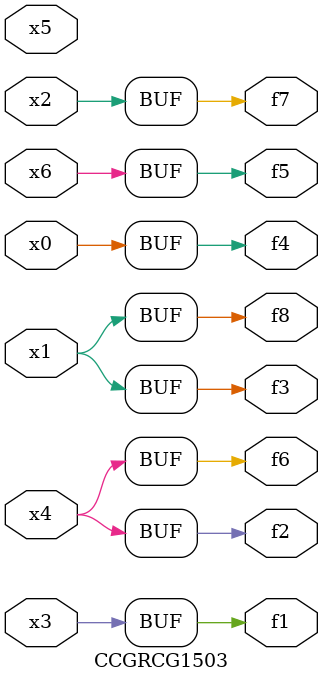
<source format=v>
module CCGRCG1503(
	input x0, x1, x2, x3, x4, x5, x6,
	output f1, f2, f3, f4, f5, f6, f7, f8
);
	assign f1 = x3;
	assign f2 = x4;
	assign f3 = x1;
	assign f4 = x0;
	assign f5 = x6;
	assign f6 = x4;
	assign f7 = x2;
	assign f8 = x1;
endmodule

</source>
